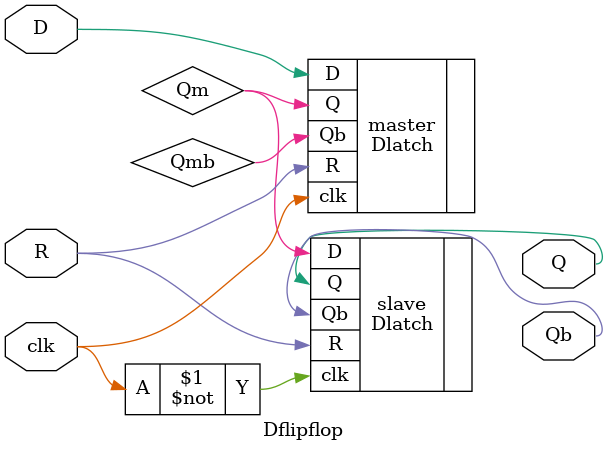
<source format=sv>
`timescale 1ns / 1ps

module Dflipflop(
    input D,clk, R,
    output Q,Qb
    );
    
    wire Qm,Qmb;
    
    Dlatch master(.D(D), .R(R), .clk(clk), .Q(Qm), .Qb(Qmb));
    Dlatch slave(.D(Qm), .R(R), .clk(~clk), .Q(Q), .Qb(Qb));
endmodule

</source>
